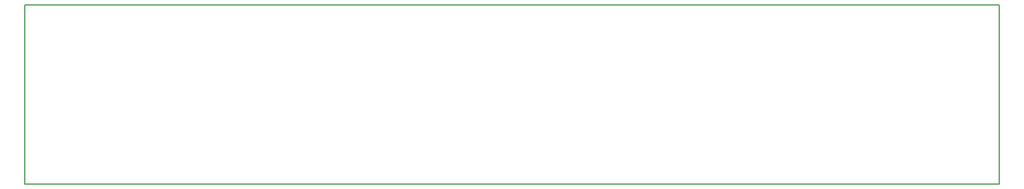
<source format=gm1>
G04 #@! TF.GenerationSoftware,KiCad,Pcbnew,5.0.1+dfsg1-3*
G04 #@! TF.CreationDate,2018-12-18T12:42:31-03:00*
G04 #@! TF.ProjectId,Control-Temp-Dysplay,436F6E74726F6C2D54656D702D447973,rev?*
G04 #@! TF.SameCoordinates,Original*
G04 #@! TF.FileFunction,Profile,NP*
%FSLAX46Y46*%
G04 Gerber Fmt 4.6, Leading zero omitted, Abs format (unit mm)*
G04 Created by KiCad (PCBNEW 5.0.1+dfsg1-3) date mar 18 dic 2018 12:42:31 -03*
%MOMM*%
%LPD*%
G01*
G04 APERTURE LIST*
%ADD10C,0.150000*%
G04 APERTURE END LIST*
D10*
X26670000Y-65786000D02*
X176530000Y-65786000D01*
X26670000Y-38100000D02*
X26670000Y-65786000D01*
X176530000Y-38100000D02*
X26670000Y-38100000D01*
X176530000Y-65786000D02*
X176530000Y-38100000D01*
M02*

</source>
